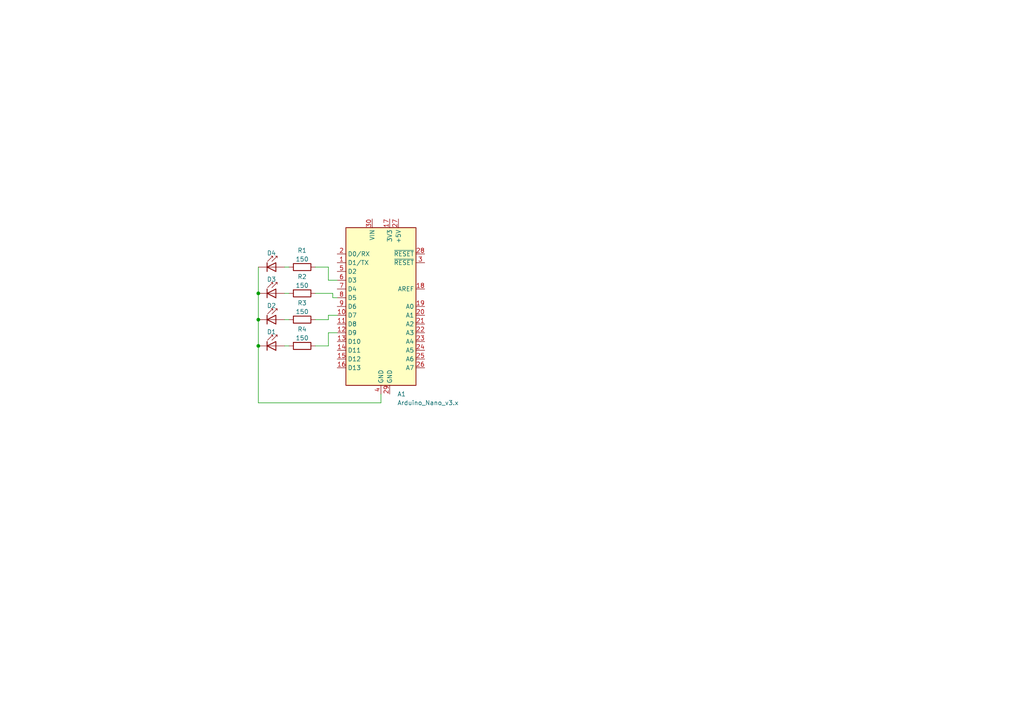
<source format=kicad_sch>
(kicad_sch (version 20231120) (generator "eeschema") (generator_version "8.0")
  (paper "A4")
  (lib_symbols
    (symbol "Device:R" (pin_numbers hide) (pin_names (offset 0))
      (property "Reference" "R" (at 2.032 0 90))
      (property "Value" "R" (at 0 0 90))
      (symbol "R_0_1"
        (rectangle (start -1.016 -2.54) (end 1.016 2.54) (stroke (width 0.254)))
      )
      (symbol "R_1_1"
        (pin passive line (at 0 3.81 270) (length 1.27) (name "~") (number "1"))
        (pin passive line (at 0 -3.81 90) (length 1.27) (name "~") (number "2"))
      )
    )
    (symbol "LED:LD271" (pin_numbers hide) (pin_names (offset 1.016) hide)
      (property "Reference" "D" (at 0.508 1.778 0))
      (property "Value" "LD271" (at -1.016 -2.794 0))
      (symbol "LD271_0_1"
        (polyline (pts (xy -2.54 1.27) (xy -2.54 -1.27)) (stroke (width 0.254)))
        (polyline (pts (xy 0 0) (xy -2.54 0)))
        (polyline (pts (xy 0.381 3.175) (xy -0.127 3.175)))
        (polyline (pts (xy -1.143 1.651) (xy 0.381 3.175) (xy 0.381 2.667)))
        (polyline (pts (xy 0 -1.27) (xy -2.54 0) (xy 0 1.27) (xy 0 -1.27)) (stroke (width 0.254)))
        (polyline (pts (xy -2.413 1.651) (xy -0.889 3.175) (xy -0.889 2.667) (xy -0.889 3.175) (xy -1.397 3.175)))
      )
      (symbol "LD271_1_1"
        (pin passive line (at -5.08 0 0) (length 2.54) (name "K") (number "1"))
        (pin passive line (at 2.54 0 180) (length 2.54) (name "A") (number "2"))
      )
    )
    (symbol "MCU_Module:Arduino_Nano_v3.x"
      (property "Reference" "A" (at -10.16 23.495 0))
      (property "Value" "Arduino_Nano_v3.x" (at 5.08 -24.13 0))
      (symbol "Arduino_Nano_v3.x_0_1"
        (rectangle (start -10.16 22.86) (end 10.16 -22.86) (stroke (width 0.254)) (fill (type background)))
      )
      (symbol "Arduino_Nano_v3.x_1_1"
        (pin bidirectional line (at -12.7 12.7 0) (length 2.54) (name "D1/TX") (number "1"))
        (pin bidirectional line (at -12.7 -2.54 0) (length 2.54) (name "D7") (number "10"))
        (pin bidirectional line (at -12.7 -5.08 0) (length 2.54) (name "D8") (number "11"))
        (pin bidirectional line (at -12.7 -7.62 0) (length 2.54) (name "D9") (number "12"))
        (pin bidirectional line (at -12.7 -10.16 0) (length 2.54) (name "D10") (number "13"))
        (pin bidirectional line (at -12.7 -12.7 0) (length 2.54) (name "D11") (number "14"))
        (pin bidirectional line (at -12.7 -15.24 0) (length 2.54) (name "D12") (number "15"))
        (pin bidirectional line (at -12.7 -17.78 0) (length 2.54) (name "D13") (number "16"))
        (pin power_out line (at 2.54 25.4 270) (length 2.54) (name "3V3") (number "17"))
        (pin input line (at 12.7 5.08 180) (length 2.54) (name "AREF") (number "18"))
        (pin bidirectional line (at 12.7 0 180) (length 2.54) (name "A0") (number "19"))
        (pin bidirectional line (at -12.7 15.24 0) (length 2.54) (name "D0/RX") (number "2"))
        (pin bidirectional line (at 12.7 -2.54 180) (length 2.54) (name "A1") (number "20"))
        (pin bidirectional line (at 12.7 -5.08 180) (length 2.54) (name "A2") (number "21"))
        (pin bidirectional line (at 12.7 -7.62 180) (length 2.54) (name "A3") (number "22"))
        (pin bidirectional line (at 12.7 -10.16 180) (length 2.54) (name "A4") (number "23"))
        (pin bidirectional line (at 12.7 -12.7 180) (length 2.54) (name "A5") (number "24"))
        (pin bidirectional line (at 12.7 -15.24 180) (length 2.54) (name "A6") (number "25"))
        (pin bidirectional line (at 12.7 -17.78 180) (length 2.54) (name "A7") (number "26"))
        (pin power_out line (at 5.08 25.4 270) (length 2.54) (name "+5V") (number "27"))
        (pin input line (at 12.7 15.24 180) (length 2.54) (name "~{RESET}") (number "28"))
        (pin power_in line (at 2.54 -25.4 90) (length 2.54) (name "GND") (number "29"))
        (pin input line (at 12.7 12.7 180) (length 2.54) (name "~{RESET}") (number "3"))
        (pin power_in line (at -2.54 25.4 270) (length 2.54) (name "VIN") (number "30"))
        (pin power_in line (at 0 -25.4 90) (length 2.54) (name "GND") (number "4"))
        (pin bidirectional line (at -12.7 10.16 0) (length 2.54) (name "D2") (number "5"))
        (pin bidirectional line (at -12.7 7.62 0) (length 2.54) (name "D3") (number "6"))
        (pin bidirectional line (at -12.7 5.08 0) (length 2.54) (name "D4") (number "7"))
        (pin bidirectional line (at -12.7 2.54 0) (length 2.54) (name "D5") (number "8"))
        (pin bidirectional line (at -12.7 0 0) (length 2.54) (name "D6") (number "9"))
      )
    )
  )
  (junction (at 74.93 92.71))
  (junction (at 74.93 85.09))
  (junction (at 74.93 100.33))
  (wire (pts (xy 95.25 81.28) (xy 97.79 81.28)))
  (wire (pts (xy 95.25 96.52) (xy 97.79 96.52)))
  (wire (pts (xy 74.93 100.33) (xy 74.93 92.71)))
  (wire (pts (xy 91.44 85.09) (xy 96.52 85.09)))
  (wire (pts (xy 91.44 77.47) (xy 95.25 77.47)))
  (wire (pts (xy 96.52 85.09) (xy 96.52 86.36)))
  (wire (pts (xy 95.25 77.47) (xy 95.25 81.28)))
  (wire (pts (xy 95.25 92.71) (xy 95.25 91.44)))
  (wire (pts (xy 82.55 100.33) (xy 83.82 100.33)))
  (wire (pts (xy 110.49 114.3) (xy 110.49 116.84)))
  (wire (pts (xy 96.52 86.36) (xy 97.79 86.36)))
  (wire (pts (xy 91.44 92.71) (xy 95.25 92.71)))
  (wire (pts (xy 74.93 85.09) (xy 74.93 77.47)))
  (wire (pts (xy 82.55 77.47) (xy 83.82 77.47)))
  (wire (pts (xy 82.55 85.09) (xy 83.82 85.09)))
  (wire (pts (xy 74.93 116.84) (xy 74.93 100.33)))
  (wire (pts (xy 82.55 92.71) (xy 83.82 92.71)))
  (wire (pts (xy 74.93 92.71) (xy 74.93 85.09)))
  (wire (pts (xy 95.25 100.33) (xy 95.25 96.52)))
  (wire (pts (xy 91.44 100.33) (xy 95.25 100.33)))
  (wire (pts (xy 95.25 91.44) (xy 97.79 91.44)))
  (wire (pts (xy 110.49 116.84) (xy 74.93 116.84)))
  (symbol (lib_id "LED:LD271") (at 80.01 77.47 0) (unit 1)
    (property "Reference" "D4" (at 78.74 73.406 0))
    (property "Value" "LD271" (effects (hide yes)))
    (property "Footprint" "LED_THT:LED_D5.0mm_IRGrey" (effects (hide yes)))
    (property "Datasheet" "http://www.alliedelec.com/m/d/40788c34903a719969df15f1fbea1056.pdf" (effects (hide yes)))
    (property "Description" "940nm IR-LED, 5mm" (effects (hide yes)))
  )
  (symbol (lib_id "Device:R") (at 87.63 85.09 90) (unit 1)
    (property "Reference" "R2" (at 87.63 80.264 90))
    (property "Value" "150" (at 87.63 82.804 90))
    (property "Description" "Resistor" (effects (hide yes)))
  )
  (symbol (lib_id "Device:R") (at 87.63 100.33 90) (unit 1)
    (property "Reference" "R4" (at 87.63 95.504 90))
    (property "Value" "150" (at 87.63 98.044 90))
    (property "Description" "Resistor" (effects (hide yes)))
  )
  (symbol (lib_id "Device:R") (at 87.63 77.47 90) (unit 1)
    (property "Reference" "R1" (at 87.63 72.644 90))
    (property "Value" "150" (at 87.63 75.184 90))
    (property "Description" "Resistor" (effects (hide yes)))
  )
  (symbol (lib_id "LED:LD271") (at 80.01 92.71 0) (unit 1)
    (property "Reference" "D2" (at 78.74 88.646 0))
    (property "Value" "LD271" (effects (hide yes)))
    (property "Footprint" "LED_THT:LED_D5.0mm_IRGrey" (effects (hide yes)))
    (property "Datasheet" "http://www.alliedelec.com/m/d/40788c34903a719969df15f1fbea1056.pdf" (effects (hide yes)))
    (property "Description" "940nm IR-LED, 5mm" (effects (hide yes)))
  )
  (symbol (lib_id "LED:LD271") (at 80.01 100.33 0) (unit 1)
    (property "Reference" "D1" (at 78.74 96.266 0))
    (property "Value" "LD271" (effects (hide yes)))
    (property "Footprint" "LED_THT:LED_D5.0mm_IRGrey" (effects (hide yes)))
    (property "Datasheet" "http://www.alliedelec.com/m/d/40788c34903a719969df15f1fbea1056.pdf" (effects (hide yes)))
    (property "Description" "940nm IR-LED, 5mm" (effects (hide yes)))
  )
  (symbol (lib_id "LED:LD271") (at 80.01 85.09 0) (unit 1)
    (property "Reference" "D3" (at 78.74 81.026 0))
    (property "Value" "LD271" (effects (hide yes)))
    (property "Footprint" "LED_THT:LED_D5.0mm_IRGrey" (effects (hide yes)))
    (property "Datasheet" "http://www.alliedelec.com/m/d/40788c34903a719969df15f1fbea1056.pdf" (effects (hide yes)))
    (property "Description" "940nm IR-LED, 5mm" (effects (hide yes)))
  )
  (symbol (lib_id "MCU_Module:Arduino_Nano_v3.x") (at 110.49 88.9 0) (unit 1)
    (property "Reference" "A1" (at 115.2241 114.3 0) (effects (justify left)))
    (property "Value" "Arduino_Nano_v3.x" (at 115.2241 116.84 0) (effects (justify left)))
    (property "Footprint" "Module:Arduino_Nano" (effects (hide yes)))
    (property "Datasheet" "http://www.mouser.com/pdfdocs/Gravitech_Arduino_Nano3_0.pdf" (effects (hide yes)))
    (property "Description" "Arduino Nano v3.x" (effects (hide yes)))
  )
  (symbol (lib_id "Device:R") (at 87.63 92.71 90) (unit 1)
    (property "Reference" "R3" (at 87.63 87.884 90))
    (property "Value" "150" (at 87.63 90.424 90))
    (property "Description" "Resistor" (effects (hide yes)))
  )
)
</source>
